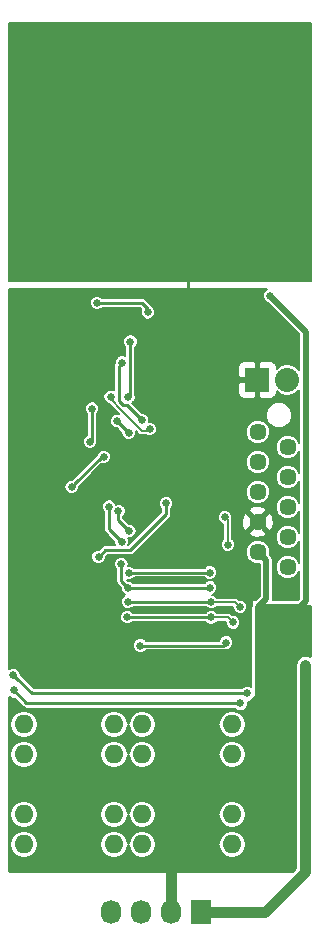
<source format=gbl>
G04 #@! TF.FileFunction,Copper,L2,Bot,Signal*
%FSLAX46Y46*%
G04 Gerber Fmt 4.6, Leading zero omitted, Abs format (unit mm)*
G04 Created by KiCad (PCBNEW (2016-03-18 BZR 6629)-product) date Sa 16 Apr 2016 02:00:58 CEST*
%MOMM*%
G01*
G04 APERTURE LIST*
%ADD10C,0.100000*%
%ADD11O,1.600000X1.600000*%
%ADD12C,1.450000*%
%ADD13R,1.727200X2.032000*%
%ADD14O,1.727200X2.032000*%
%ADD15R,2.032000X2.032000*%
%ADD16O,2.032000X2.032000*%
%ADD17C,0.630000*%
%ADD18C,0.600000*%
%ADD19C,0.230000*%
%ADD20C,0.500000*%
%ADD21C,0.950000*%
%ADD22C,0.250000*%
%ADD23C,0.356352*%
%ADD24C,0.160000*%
%ADD25C,0.254000*%
%ADD26C,0.200000*%
G04 APERTURE END LIST*
D10*
D11*
X150350000Y-148900000D03*
X150350000Y-151440000D03*
X150350000Y-153980000D03*
X150350000Y-156520000D03*
X150350000Y-159060000D03*
X157970000Y-159060000D03*
X157970000Y-156520000D03*
X157970000Y-153980000D03*
X157970000Y-151440000D03*
X157970000Y-148900000D03*
D12*
X170180000Y-124160000D03*
X172720000Y-125430000D03*
X170180000Y-126700000D03*
X172720000Y-127970000D03*
X170180000Y-129240000D03*
X172720000Y-130510000D03*
X170180000Y-131780000D03*
X172720000Y-133050000D03*
X170180000Y-134320000D03*
X172720000Y-135590000D03*
D11*
X160350000Y-148900000D03*
X160350000Y-151440000D03*
X160350000Y-153980000D03*
X160350000Y-156520000D03*
X160350000Y-159060000D03*
X167970000Y-159060000D03*
X167970000Y-156520000D03*
X167970000Y-153980000D03*
X167970000Y-151440000D03*
X167970000Y-148900000D03*
D13*
X165400000Y-164850000D03*
D14*
X162860000Y-164850000D03*
X160320000Y-164850000D03*
X157780000Y-164850000D03*
D15*
X170150000Y-119775000D03*
D16*
X172690000Y-119775000D03*
D17*
X153263803Y-130631470D03*
X150879494Y-141089065D03*
X168675000Y-143750000D03*
X174200000Y-143875000D03*
X163300000Y-130275000D03*
X150375000Y-124050000D03*
X159250000Y-130250000D03*
X159150000Y-141150000D03*
X153650000Y-118625000D03*
X149400000Y-121825000D03*
X164300000Y-112250000D03*
X156850000Y-118050000D03*
X172500000Y-99000000D03*
X171000000Y-99000000D03*
X169500000Y-99000000D03*
X168000000Y-99000000D03*
X166500000Y-99000000D03*
X165000000Y-99000000D03*
X163500000Y-99000000D03*
X163500000Y-100750000D03*
X163500000Y-102250000D03*
X163500000Y-103750000D03*
X163500000Y-105250000D03*
X163500000Y-106750000D03*
X163500000Y-108250000D03*
X162100000Y-110050000D03*
X162900000Y-109400000D03*
X156750000Y-100750000D03*
X156750000Y-102250000D03*
X156750000Y-103750000D03*
X156750000Y-105250000D03*
X156750000Y-106750000D03*
X156750000Y-108250000D03*
X157500000Y-109300000D03*
X154700000Y-110900000D03*
X159222200Y-110658700D03*
X161700000Y-111000000D03*
X158250000Y-98500000D03*
X159000000Y-97750000D03*
D18*
X151140000Y-92120000D03*
D17*
X172750000Y-93500000D03*
X171250000Y-93500000D03*
X169500000Y-93500000D03*
X168000000Y-93500000D03*
X166500000Y-93500000D03*
X165000000Y-93500000D03*
X163500000Y-93500000D03*
X162000000Y-93500000D03*
X160500000Y-93500000D03*
X159000000Y-93500000D03*
X157500000Y-93500000D03*
X156000000Y-93500000D03*
X154250000Y-93500000D03*
X152750000Y-93500000D03*
X151250000Y-93500000D03*
X157250000Y-99000000D03*
X155750000Y-99000000D03*
X154250000Y-99000000D03*
X152750000Y-99000000D03*
X151250000Y-99000000D03*
D18*
X151140000Y-100920000D03*
X172700000Y-100800000D03*
X172710000Y-92120000D03*
D17*
X159400000Y-116525000D03*
X159225000Y-121200000D03*
X156150000Y-122200000D03*
X155975000Y-125000000D03*
X173010000Y-145040000D03*
X171225000Y-112650000D03*
X158250000Y-123250000D03*
X159250000Y-124250000D03*
X160872200Y-114033700D03*
X156572200Y-113233700D03*
X160250000Y-142250000D03*
X167500000Y-142000000D03*
X158625000Y-135350000D03*
X158650000Y-133475000D03*
X157600000Y-130500000D03*
X166150000Y-137350000D03*
X159225000Y-137400000D03*
X158375000Y-130900000D03*
X159300000Y-132550000D03*
X166125000Y-136075000D03*
X159275000Y-136100000D03*
X149483837Y-144745890D03*
X169275000Y-146300000D03*
X168675000Y-147100000D03*
X157150000Y-126275000D03*
X154425000Y-128825000D03*
X149525000Y-146050000D03*
X168685744Y-138970938D03*
X166250000Y-138575000D03*
X159175000Y-138550000D03*
X160375000Y-123150000D03*
X158725000Y-118300000D03*
X156700000Y-134745000D03*
X162425000Y-130225000D03*
X168100000Y-140300000D03*
X167650000Y-133700000D03*
X167400000Y-131375000D03*
X161025000Y-123925000D03*
X157725000Y-121200000D03*
X166225000Y-139875000D03*
X159125000Y-139850000D03*
D19*
X153883529Y-130316471D02*
X156925000Y-127275000D01*
X153263803Y-130631470D02*
X153578802Y-130316471D01*
X153578802Y-130316471D02*
X153883529Y-130316471D01*
D20*
X150940429Y-141150000D02*
X150879494Y-141089065D01*
X159150000Y-141150000D02*
X150940429Y-141150000D01*
D21*
X165400000Y-164850000D02*
X170775000Y-164850000D01*
X174200000Y-161425000D02*
X174200000Y-143875000D01*
X170775000Y-164850000D02*
X174200000Y-161425000D01*
D20*
X159150000Y-130350000D02*
X159250000Y-130250000D01*
D22*
X149400000Y-121825000D02*
X149350000Y-121775000D01*
X164300000Y-112250000D02*
X164300000Y-110800000D01*
X164300000Y-110800000D02*
X162900000Y-109400000D01*
X172500000Y-99000000D02*
X171000000Y-99000000D01*
X169500000Y-99000000D02*
X168000000Y-99000000D01*
X166500000Y-99000000D02*
X165000000Y-99000000D01*
X163500000Y-99000000D02*
X163500000Y-100750000D01*
X163500000Y-102250000D02*
X163500000Y-103750000D01*
X163500000Y-105250000D02*
X163500000Y-106750000D01*
D19*
X162250000Y-110050000D02*
X162100000Y-110050000D01*
X162900000Y-109400000D02*
X162250000Y-110050000D01*
X156750000Y-108250000D02*
X156750000Y-108550000D01*
D22*
X157250000Y-100250000D02*
X156750000Y-100750000D01*
X156750000Y-102250000D02*
X156750000Y-103750000D01*
X156750000Y-105250000D02*
X156750000Y-106750000D01*
X157250000Y-99000000D02*
X157250000Y-100250000D01*
D19*
X156750000Y-108550000D02*
X157500000Y-109300000D01*
X154700000Y-110900000D02*
X154700000Y-110800000D01*
D23*
X159222200Y-110658700D02*
X161358700Y-110658700D01*
X159200000Y-110680900D02*
X159222200Y-110658700D01*
X159200000Y-110700000D02*
X159200000Y-110680900D01*
X161358700Y-110658700D02*
X161700000Y-111000000D01*
D22*
X157750000Y-98500000D02*
X157250000Y-99000000D01*
X157750000Y-98500000D02*
X158250000Y-98500000D01*
X151140000Y-92120000D02*
X151140000Y-93140000D01*
X151120000Y-92100000D02*
X151140000Y-92120000D01*
X151100000Y-92100000D02*
X151120000Y-92100000D01*
X171250000Y-93500000D02*
X172750000Y-93500000D01*
X168000000Y-93500000D02*
X169500000Y-93500000D01*
X165000000Y-93500000D02*
X166500000Y-93500000D01*
X162000000Y-93500000D02*
X163500000Y-93500000D01*
X159000000Y-93500000D02*
X160500000Y-93500000D01*
X156000000Y-93500000D02*
X157500000Y-93500000D01*
X152750000Y-93500000D02*
X154250000Y-93500000D01*
X151250000Y-93250000D02*
X151250000Y-93500000D01*
X151140000Y-93140000D02*
X151250000Y-93250000D01*
X154250000Y-99000000D02*
X155750000Y-99000000D01*
X151250000Y-99000000D02*
X152750000Y-99000000D01*
X151100000Y-100900000D02*
X151120000Y-100900000D01*
X151120000Y-100900000D02*
X151140000Y-100920000D01*
X172700000Y-92100000D02*
X172700000Y-92110000D01*
X172700000Y-92110000D02*
X172710000Y-92120000D01*
X159400000Y-121025000D02*
X159400000Y-116525000D01*
X159225000Y-121200000D02*
X159400000Y-121025000D01*
X156150000Y-124825000D02*
X156150000Y-122200000D01*
X155975000Y-125000000D02*
X156150000Y-124825000D01*
X172970000Y-145080000D02*
X170180000Y-145080000D01*
X173010000Y-145040000D02*
X172970000Y-145080000D01*
D20*
X174250000Y-120500000D02*
X174250000Y-115675000D01*
X173750000Y-139000000D02*
X174250000Y-138500000D01*
X174250000Y-138500000D02*
X174250000Y-120500000D01*
X170180000Y-139000000D02*
X173750000Y-139000000D01*
X174250000Y-115675000D02*
X171225000Y-112650000D01*
D21*
X162860000Y-164850000D02*
X162860000Y-154440000D01*
X162860000Y-154440000D02*
X163320000Y-153980000D01*
D20*
X170904999Y-135044999D02*
X170180000Y-134320000D01*
X170904999Y-138275001D02*
X170904999Y-135044999D01*
X170180000Y-139000000D02*
X170904999Y-138275001D01*
X150350000Y-153980000D02*
X157970000Y-153980000D01*
X157970000Y-153980000D02*
X160350000Y-153980000D01*
X160350000Y-153980000D02*
X163320000Y-153980000D01*
X163320000Y-153980000D02*
X167970000Y-153980000D01*
X167970000Y-153980000D02*
X168000000Y-153950000D01*
X168000000Y-153950000D02*
X169650000Y-153950000D01*
X169650000Y-153950000D02*
X170180000Y-153420000D01*
X170180000Y-153420000D02*
X170180000Y-145080000D01*
X170180000Y-145080000D02*
X170180000Y-139000000D01*
D22*
X159250000Y-124250000D02*
X158250000Y-123250000D01*
X160872200Y-113733700D02*
X160872200Y-114033700D01*
X160372200Y-113233700D02*
X160872200Y-113733700D01*
X156572200Y-113233700D02*
X160372200Y-113233700D01*
D19*
X167250000Y-142250000D02*
X160250000Y-142250000D01*
X167500000Y-142000000D02*
X167250000Y-142250000D01*
X158575000Y-136750000D02*
X159225000Y-137400000D01*
X158575000Y-135400000D02*
X158575000Y-136750000D01*
X158625000Y-135350000D02*
X158575000Y-135400000D01*
X157550000Y-132375000D02*
X158650000Y-133475000D01*
X157550000Y-130550000D02*
X157550000Y-132375000D01*
X157600000Y-130500000D02*
X157550000Y-130550000D01*
X159275000Y-137350000D02*
X166150000Y-137350000D01*
X159225000Y-137400000D02*
X159275000Y-137350000D01*
X158375000Y-131625000D02*
X158375000Y-130900000D01*
X159300000Y-132550000D02*
X158375000Y-131625000D01*
X159300000Y-136075000D02*
X166125000Y-136075000D01*
X159275000Y-136100000D02*
X159300000Y-136075000D01*
X151037947Y-146300000D02*
X149798836Y-145060889D01*
X169275000Y-146300000D02*
X151037947Y-146300000D01*
X149798836Y-145060889D02*
X149483837Y-144745890D01*
X154739999Y-128510001D02*
X156975000Y-126275000D01*
X156975000Y-126275000D02*
X157150000Y-126275000D01*
X154425000Y-128825000D02*
X154739999Y-128510001D01*
X150575000Y-147100000D02*
X149525000Y-146050000D01*
X168675000Y-147100000D02*
X150575000Y-147100000D01*
D24*
X166250000Y-138575000D02*
X168289806Y-138575000D01*
X168289806Y-138575000D02*
X168370745Y-138655939D01*
X168370745Y-138655939D02*
X168685744Y-138970938D01*
D19*
X159200000Y-138575000D02*
X166250000Y-138575000D01*
X159175000Y-138550000D02*
X159200000Y-138575000D01*
X160375000Y-123150000D02*
X159125000Y-121900000D01*
X159125000Y-121900000D02*
X158750000Y-121900000D01*
X158750000Y-121900000D02*
X158400000Y-121550000D01*
X158400000Y-121550000D02*
X158400000Y-118625000D01*
X158400000Y-118625000D02*
X158725000Y-118300000D01*
X162425000Y-130225000D02*
X162425000Y-131125000D01*
X159375000Y-134175000D02*
X162425000Y-131125000D01*
X157270000Y-134175000D02*
X159375000Y-134175000D01*
X157270000Y-134175000D02*
X156700000Y-134745000D01*
D24*
X168100000Y-140300000D02*
X167675000Y-139875000D01*
X166225000Y-139875000D02*
X167675000Y-139875000D01*
X167650000Y-131625000D02*
X167650000Y-133700000D01*
X167400000Y-131375000D02*
X167650000Y-131625000D01*
X160900000Y-124050000D02*
X161025000Y-123925000D01*
X160350000Y-124050000D02*
X160900000Y-124050000D01*
X158600000Y-122300000D02*
X160350000Y-124050000D01*
X157800000Y-121500000D02*
X158600000Y-122300000D01*
X157800000Y-121275000D02*
X157800000Y-121500000D01*
X157725000Y-121200000D02*
X157800000Y-121275000D01*
D19*
X159150000Y-139875000D02*
X166225000Y-139875000D01*
X159125000Y-139850000D02*
X159150000Y-139875000D01*
D24*
G36*
X174670000Y-89583138D02*
X174670000Y-111416862D01*
X174666862Y-111420000D01*
X149083138Y-111420000D01*
X149080000Y-111416862D01*
X149080000Y-89583138D01*
X149083138Y-89580000D01*
X174666862Y-89580000D01*
X174670000Y-89583138D01*
X174670000Y-89583138D01*
G37*
X174670000Y-89583138D02*
X174670000Y-111416862D01*
X174666862Y-111420000D01*
X149083138Y-111420000D01*
X149080000Y-111416862D01*
X149080000Y-89583138D01*
X149083138Y-89580000D01*
X174666862Y-89580000D01*
X174670000Y-89583138D01*
D25*
G36*
X174623000Y-143152637D02*
X174526046Y-143087855D01*
X174200000Y-143023000D01*
X173873954Y-143087855D01*
X173597545Y-143272545D01*
X173412855Y-143548954D01*
X173348000Y-143875000D01*
X173348000Y-161072090D01*
X173047090Y-161373000D01*
X149127000Y-161373000D01*
X149127000Y-159060000D01*
X149149941Y-159060000D01*
X149239535Y-159510418D01*
X149494676Y-159892265D01*
X149876523Y-160147406D01*
X150326941Y-160237000D01*
X150373059Y-160237000D01*
X150823477Y-160147406D01*
X151205324Y-159892265D01*
X151460465Y-159510418D01*
X151550059Y-159060000D01*
X156769941Y-159060000D01*
X156859535Y-159510418D01*
X157114676Y-159892265D01*
X157496523Y-160147406D01*
X157946941Y-160237000D01*
X157993059Y-160237000D01*
X158443477Y-160147406D01*
X158825324Y-159892265D01*
X159080465Y-159510418D01*
X159160000Y-159110570D01*
X159239535Y-159510418D01*
X159494676Y-159892265D01*
X159876523Y-160147406D01*
X160326941Y-160237000D01*
X160373059Y-160237000D01*
X160823477Y-160147406D01*
X161205324Y-159892265D01*
X161460465Y-159510418D01*
X161550059Y-159060000D01*
X166769941Y-159060000D01*
X166859535Y-159510418D01*
X167114676Y-159892265D01*
X167496523Y-160147406D01*
X167946941Y-160237000D01*
X167993059Y-160237000D01*
X168443477Y-160147406D01*
X168825324Y-159892265D01*
X169080465Y-159510418D01*
X169170059Y-159060000D01*
X169080465Y-158609582D01*
X168825324Y-158227735D01*
X168443477Y-157972594D01*
X167993059Y-157883000D01*
X167946941Y-157883000D01*
X167496523Y-157972594D01*
X167114676Y-158227735D01*
X166859535Y-158609582D01*
X166769941Y-159060000D01*
X161550059Y-159060000D01*
X161460465Y-158609582D01*
X161205324Y-158227735D01*
X160823477Y-157972594D01*
X160373059Y-157883000D01*
X160326941Y-157883000D01*
X159876523Y-157972594D01*
X159494676Y-158227735D01*
X159239535Y-158609582D01*
X159160000Y-159009430D01*
X159080465Y-158609582D01*
X158825324Y-158227735D01*
X158443477Y-157972594D01*
X157993059Y-157883000D01*
X157946941Y-157883000D01*
X157496523Y-157972594D01*
X157114676Y-158227735D01*
X156859535Y-158609582D01*
X156769941Y-159060000D01*
X151550059Y-159060000D01*
X151460465Y-158609582D01*
X151205324Y-158227735D01*
X150823477Y-157972594D01*
X150373059Y-157883000D01*
X150326941Y-157883000D01*
X149876523Y-157972594D01*
X149494676Y-158227735D01*
X149239535Y-158609582D01*
X149149941Y-159060000D01*
X149127000Y-159060000D01*
X149127000Y-156520000D01*
X149149941Y-156520000D01*
X149239535Y-156970418D01*
X149494676Y-157352265D01*
X149876523Y-157607406D01*
X150326941Y-157697000D01*
X150373059Y-157697000D01*
X150823477Y-157607406D01*
X151205324Y-157352265D01*
X151460465Y-156970418D01*
X151550059Y-156520000D01*
X156769941Y-156520000D01*
X156859535Y-156970418D01*
X157114676Y-157352265D01*
X157496523Y-157607406D01*
X157946941Y-157697000D01*
X157993059Y-157697000D01*
X158443477Y-157607406D01*
X158825324Y-157352265D01*
X159080465Y-156970418D01*
X159160000Y-156570570D01*
X159239535Y-156970418D01*
X159494676Y-157352265D01*
X159876523Y-157607406D01*
X160326941Y-157697000D01*
X160373059Y-157697000D01*
X160823477Y-157607406D01*
X161205324Y-157352265D01*
X161460465Y-156970418D01*
X161550059Y-156520000D01*
X166769941Y-156520000D01*
X166859535Y-156970418D01*
X167114676Y-157352265D01*
X167496523Y-157607406D01*
X167946941Y-157697000D01*
X167993059Y-157697000D01*
X168443477Y-157607406D01*
X168825324Y-157352265D01*
X169080465Y-156970418D01*
X169170059Y-156520000D01*
X169080465Y-156069582D01*
X168825324Y-155687735D01*
X168443477Y-155432594D01*
X167993059Y-155343000D01*
X167946941Y-155343000D01*
X167496523Y-155432594D01*
X167114676Y-155687735D01*
X166859535Y-156069582D01*
X166769941Y-156520000D01*
X161550059Y-156520000D01*
X161460465Y-156069582D01*
X161205324Y-155687735D01*
X160823477Y-155432594D01*
X160373059Y-155343000D01*
X160326941Y-155343000D01*
X159876523Y-155432594D01*
X159494676Y-155687735D01*
X159239535Y-156069582D01*
X159160000Y-156469430D01*
X159080465Y-156069582D01*
X158825324Y-155687735D01*
X158443477Y-155432594D01*
X157993059Y-155343000D01*
X157946941Y-155343000D01*
X157496523Y-155432594D01*
X157114676Y-155687735D01*
X156859535Y-156069582D01*
X156769941Y-156520000D01*
X151550059Y-156520000D01*
X151460465Y-156069582D01*
X151205324Y-155687735D01*
X150823477Y-155432594D01*
X150373059Y-155343000D01*
X150326941Y-155343000D01*
X149876523Y-155432594D01*
X149494676Y-155687735D01*
X149239535Y-156069582D01*
X149149941Y-156520000D01*
X149127000Y-156520000D01*
X149127000Y-151440000D01*
X149149941Y-151440000D01*
X149239535Y-151890418D01*
X149494676Y-152272265D01*
X149876523Y-152527406D01*
X150326941Y-152617000D01*
X150373059Y-152617000D01*
X150823477Y-152527406D01*
X151205324Y-152272265D01*
X151460465Y-151890418D01*
X151550059Y-151440000D01*
X156769941Y-151440000D01*
X156859535Y-151890418D01*
X157114676Y-152272265D01*
X157496523Y-152527406D01*
X157946941Y-152617000D01*
X157993059Y-152617000D01*
X158443477Y-152527406D01*
X158825324Y-152272265D01*
X159080465Y-151890418D01*
X159160000Y-151490570D01*
X159239535Y-151890418D01*
X159494676Y-152272265D01*
X159876523Y-152527406D01*
X160326941Y-152617000D01*
X160373059Y-152617000D01*
X160823477Y-152527406D01*
X161205324Y-152272265D01*
X161460465Y-151890418D01*
X161550059Y-151440000D01*
X166769941Y-151440000D01*
X166859535Y-151890418D01*
X167114676Y-152272265D01*
X167496523Y-152527406D01*
X167946941Y-152617000D01*
X167993059Y-152617000D01*
X168443477Y-152527406D01*
X168825324Y-152272265D01*
X169080465Y-151890418D01*
X169170059Y-151440000D01*
X169080465Y-150989582D01*
X168825324Y-150607735D01*
X168443477Y-150352594D01*
X167993059Y-150263000D01*
X167946941Y-150263000D01*
X167496523Y-150352594D01*
X167114676Y-150607735D01*
X166859535Y-150989582D01*
X166769941Y-151440000D01*
X161550059Y-151440000D01*
X161460465Y-150989582D01*
X161205324Y-150607735D01*
X160823477Y-150352594D01*
X160373059Y-150263000D01*
X160326941Y-150263000D01*
X159876523Y-150352594D01*
X159494676Y-150607735D01*
X159239535Y-150989582D01*
X159160000Y-151389430D01*
X159080465Y-150989582D01*
X158825324Y-150607735D01*
X158443477Y-150352594D01*
X157993059Y-150263000D01*
X157946941Y-150263000D01*
X157496523Y-150352594D01*
X157114676Y-150607735D01*
X156859535Y-150989582D01*
X156769941Y-151440000D01*
X151550059Y-151440000D01*
X151460465Y-150989582D01*
X151205324Y-150607735D01*
X150823477Y-150352594D01*
X150373059Y-150263000D01*
X150326941Y-150263000D01*
X149876523Y-150352594D01*
X149494676Y-150607735D01*
X149239535Y-150989582D01*
X149149941Y-151440000D01*
X149127000Y-151440000D01*
X149127000Y-148900000D01*
X149149941Y-148900000D01*
X149239535Y-149350418D01*
X149494676Y-149732265D01*
X149876523Y-149987406D01*
X150326941Y-150077000D01*
X150373059Y-150077000D01*
X150823477Y-149987406D01*
X151205324Y-149732265D01*
X151460465Y-149350418D01*
X151550059Y-148900000D01*
X156769941Y-148900000D01*
X156859535Y-149350418D01*
X157114676Y-149732265D01*
X157496523Y-149987406D01*
X157946941Y-150077000D01*
X157993059Y-150077000D01*
X158443477Y-149987406D01*
X158825324Y-149732265D01*
X159080465Y-149350418D01*
X159160000Y-148950570D01*
X159239535Y-149350418D01*
X159494676Y-149732265D01*
X159876523Y-149987406D01*
X160326941Y-150077000D01*
X160373059Y-150077000D01*
X160823477Y-149987406D01*
X161205324Y-149732265D01*
X161460465Y-149350418D01*
X161550059Y-148900000D01*
X166769941Y-148900000D01*
X166859535Y-149350418D01*
X167114676Y-149732265D01*
X167496523Y-149987406D01*
X167946941Y-150077000D01*
X167993059Y-150077000D01*
X168443477Y-149987406D01*
X168825324Y-149732265D01*
X169080465Y-149350418D01*
X169170059Y-148900000D01*
X169080465Y-148449582D01*
X168825324Y-148067735D01*
X168443477Y-147812594D01*
X167993059Y-147723000D01*
X167946941Y-147723000D01*
X167496523Y-147812594D01*
X167114676Y-148067735D01*
X166859535Y-148449582D01*
X166769941Y-148900000D01*
X161550059Y-148900000D01*
X161460465Y-148449582D01*
X161205324Y-148067735D01*
X160823477Y-147812594D01*
X160373059Y-147723000D01*
X160326941Y-147723000D01*
X159876523Y-147812594D01*
X159494676Y-148067735D01*
X159239535Y-148449582D01*
X159160000Y-148849430D01*
X159080465Y-148449582D01*
X158825324Y-148067735D01*
X158443477Y-147812594D01*
X157993059Y-147723000D01*
X157946941Y-147723000D01*
X157496523Y-147812594D01*
X157114676Y-148067735D01*
X156859535Y-148449582D01*
X156769941Y-148900000D01*
X151550059Y-148900000D01*
X151460465Y-148449582D01*
X151205324Y-148067735D01*
X150823477Y-147812594D01*
X150373059Y-147723000D01*
X150326941Y-147723000D01*
X149876523Y-147812594D01*
X149494676Y-148067735D01*
X149239535Y-148449582D01*
X149149941Y-148900000D01*
X149127000Y-148900000D01*
X149127000Y-146630796D01*
X149132502Y-146636307D01*
X149386749Y-146741880D01*
X149521204Y-146741997D01*
X150227101Y-147447894D01*
X150227103Y-147447897D01*
X150292321Y-147491474D01*
X150386719Y-147554549D01*
X150575000Y-147592000D01*
X168188360Y-147592000D01*
X168282502Y-147686307D01*
X168536749Y-147791880D01*
X168812043Y-147792120D01*
X169066474Y-147686991D01*
X169261307Y-147492498D01*
X169366880Y-147238251D01*
X169367095Y-146992081D01*
X169412043Y-146992120D01*
X169666474Y-146886991D01*
X169861307Y-146692498D01*
X169902781Y-146592617D01*
X170016579Y-146516579D01*
X170098303Y-146394272D01*
X170127000Y-146250000D01*
X170127000Y-138877000D01*
X174623000Y-138877000D01*
X174623000Y-143152637D01*
X174623000Y-143152637D01*
G37*
X174623000Y-143152637D02*
X174526046Y-143087855D01*
X174200000Y-143023000D01*
X173873954Y-143087855D01*
X173597545Y-143272545D01*
X173412855Y-143548954D01*
X173348000Y-143875000D01*
X173348000Y-161072090D01*
X173047090Y-161373000D01*
X149127000Y-161373000D01*
X149127000Y-159060000D01*
X149149941Y-159060000D01*
X149239535Y-159510418D01*
X149494676Y-159892265D01*
X149876523Y-160147406D01*
X150326941Y-160237000D01*
X150373059Y-160237000D01*
X150823477Y-160147406D01*
X151205324Y-159892265D01*
X151460465Y-159510418D01*
X151550059Y-159060000D01*
X156769941Y-159060000D01*
X156859535Y-159510418D01*
X157114676Y-159892265D01*
X157496523Y-160147406D01*
X157946941Y-160237000D01*
X157993059Y-160237000D01*
X158443477Y-160147406D01*
X158825324Y-159892265D01*
X159080465Y-159510418D01*
X159160000Y-159110570D01*
X159239535Y-159510418D01*
X159494676Y-159892265D01*
X159876523Y-160147406D01*
X160326941Y-160237000D01*
X160373059Y-160237000D01*
X160823477Y-160147406D01*
X161205324Y-159892265D01*
X161460465Y-159510418D01*
X161550059Y-159060000D01*
X166769941Y-159060000D01*
X166859535Y-159510418D01*
X167114676Y-159892265D01*
X167496523Y-160147406D01*
X167946941Y-160237000D01*
X167993059Y-160237000D01*
X168443477Y-160147406D01*
X168825324Y-159892265D01*
X169080465Y-159510418D01*
X169170059Y-159060000D01*
X169080465Y-158609582D01*
X168825324Y-158227735D01*
X168443477Y-157972594D01*
X167993059Y-157883000D01*
X167946941Y-157883000D01*
X167496523Y-157972594D01*
X167114676Y-158227735D01*
X166859535Y-158609582D01*
X166769941Y-159060000D01*
X161550059Y-159060000D01*
X161460465Y-158609582D01*
X161205324Y-158227735D01*
X160823477Y-157972594D01*
X160373059Y-157883000D01*
X160326941Y-157883000D01*
X159876523Y-157972594D01*
X159494676Y-158227735D01*
X159239535Y-158609582D01*
X159160000Y-159009430D01*
X159080465Y-158609582D01*
X158825324Y-158227735D01*
X158443477Y-157972594D01*
X157993059Y-157883000D01*
X157946941Y-157883000D01*
X157496523Y-157972594D01*
X157114676Y-158227735D01*
X156859535Y-158609582D01*
X156769941Y-159060000D01*
X151550059Y-159060000D01*
X151460465Y-158609582D01*
X151205324Y-158227735D01*
X150823477Y-157972594D01*
X150373059Y-157883000D01*
X150326941Y-157883000D01*
X149876523Y-157972594D01*
X149494676Y-158227735D01*
X149239535Y-158609582D01*
X149149941Y-159060000D01*
X149127000Y-159060000D01*
X149127000Y-156520000D01*
X149149941Y-156520000D01*
X149239535Y-156970418D01*
X149494676Y-157352265D01*
X149876523Y-157607406D01*
X150326941Y-157697000D01*
X150373059Y-157697000D01*
X150823477Y-157607406D01*
X151205324Y-157352265D01*
X151460465Y-156970418D01*
X151550059Y-156520000D01*
X156769941Y-156520000D01*
X156859535Y-156970418D01*
X157114676Y-157352265D01*
X157496523Y-157607406D01*
X157946941Y-157697000D01*
X157993059Y-157697000D01*
X158443477Y-157607406D01*
X158825324Y-157352265D01*
X159080465Y-156970418D01*
X159160000Y-156570570D01*
X159239535Y-156970418D01*
X159494676Y-157352265D01*
X159876523Y-157607406D01*
X160326941Y-157697000D01*
X160373059Y-157697000D01*
X160823477Y-157607406D01*
X161205324Y-157352265D01*
X161460465Y-156970418D01*
X161550059Y-156520000D01*
X166769941Y-156520000D01*
X166859535Y-156970418D01*
X167114676Y-157352265D01*
X167496523Y-157607406D01*
X167946941Y-157697000D01*
X167993059Y-157697000D01*
X168443477Y-157607406D01*
X168825324Y-157352265D01*
X169080465Y-156970418D01*
X169170059Y-156520000D01*
X169080465Y-156069582D01*
X168825324Y-155687735D01*
X168443477Y-155432594D01*
X167993059Y-155343000D01*
X167946941Y-155343000D01*
X167496523Y-155432594D01*
X167114676Y-155687735D01*
X166859535Y-156069582D01*
X166769941Y-156520000D01*
X161550059Y-156520000D01*
X161460465Y-156069582D01*
X161205324Y-155687735D01*
X160823477Y-155432594D01*
X160373059Y-155343000D01*
X160326941Y-155343000D01*
X159876523Y-155432594D01*
X159494676Y-155687735D01*
X159239535Y-156069582D01*
X159160000Y-156469430D01*
X159080465Y-156069582D01*
X158825324Y-155687735D01*
X158443477Y-155432594D01*
X157993059Y-155343000D01*
X157946941Y-155343000D01*
X157496523Y-155432594D01*
X157114676Y-155687735D01*
X156859535Y-156069582D01*
X156769941Y-156520000D01*
X151550059Y-156520000D01*
X151460465Y-156069582D01*
X151205324Y-155687735D01*
X150823477Y-155432594D01*
X150373059Y-155343000D01*
X150326941Y-155343000D01*
X149876523Y-155432594D01*
X149494676Y-155687735D01*
X149239535Y-156069582D01*
X149149941Y-156520000D01*
X149127000Y-156520000D01*
X149127000Y-151440000D01*
X149149941Y-151440000D01*
X149239535Y-151890418D01*
X149494676Y-152272265D01*
X149876523Y-152527406D01*
X150326941Y-152617000D01*
X150373059Y-152617000D01*
X150823477Y-152527406D01*
X151205324Y-152272265D01*
X151460465Y-151890418D01*
X151550059Y-151440000D01*
X156769941Y-151440000D01*
X156859535Y-151890418D01*
X157114676Y-152272265D01*
X157496523Y-152527406D01*
X157946941Y-152617000D01*
X157993059Y-152617000D01*
X158443477Y-152527406D01*
X158825324Y-152272265D01*
X159080465Y-151890418D01*
X159160000Y-151490570D01*
X159239535Y-151890418D01*
X159494676Y-152272265D01*
X159876523Y-152527406D01*
X160326941Y-152617000D01*
X160373059Y-152617000D01*
X160823477Y-152527406D01*
X161205324Y-152272265D01*
X161460465Y-151890418D01*
X161550059Y-151440000D01*
X166769941Y-151440000D01*
X166859535Y-151890418D01*
X167114676Y-152272265D01*
X167496523Y-152527406D01*
X167946941Y-152617000D01*
X167993059Y-152617000D01*
X168443477Y-152527406D01*
X168825324Y-152272265D01*
X169080465Y-151890418D01*
X169170059Y-151440000D01*
X169080465Y-150989582D01*
X168825324Y-150607735D01*
X168443477Y-150352594D01*
X167993059Y-150263000D01*
X167946941Y-150263000D01*
X167496523Y-150352594D01*
X167114676Y-150607735D01*
X166859535Y-150989582D01*
X166769941Y-151440000D01*
X161550059Y-151440000D01*
X161460465Y-150989582D01*
X161205324Y-150607735D01*
X160823477Y-150352594D01*
X160373059Y-150263000D01*
X160326941Y-150263000D01*
X159876523Y-150352594D01*
X159494676Y-150607735D01*
X159239535Y-150989582D01*
X159160000Y-151389430D01*
X159080465Y-150989582D01*
X158825324Y-150607735D01*
X158443477Y-150352594D01*
X157993059Y-150263000D01*
X157946941Y-150263000D01*
X157496523Y-150352594D01*
X157114676Y-150607735D01*
X156859535Y-150989582D01*
X156769941Y-151440000D01*
X151550059Y-151440000D01*
X151460465Y-150989582D01*
X151205324Y-150607735D01*
X150823477Y-150352594D01*
X150373059Y-150263000D01*
X150326941Y-150263000D01*
X149876523Y-150352594D01*
X149494676Y-150607735D01*
X149239535Y-150989582D01*
X149149941Y-151440000D01*
X149127000Y-151440000D01*
X149127000Y-148900000D01*
X149149941Y-148900000D01*
X149239535Y-149350418D01*
X149494676Y-149732265D01*
X149876523Y-149987406D01*
X150326941Y-150077000D01*
X150373059Y-150077000D01*
X150823477Y-149987406D01*
X151205324Y-149732265D01*
X151460465Y-149350418D01*
X151550059Y-148900000D01*
X156769941Y-148900000D01*
X156859535Y-149350418D01*
X157114676Y-149732265D01*
X157496523Y-149987406D01*
X157946941Y-150077000D01*
X157993059Y-150077000D01*
X158443477Y-149987406D01*
X158825324Y-149732265D01*
X159080465Y-149350418D01*
X159160000Y-148950570D01*
X159239535Y-149350418D01*
X159494676Y-149732265D01*
X159876523Y-149987406D01*
X160326941Y-150077000D01*
X160373059Y-150077000D01*
X160823477Y-149987406D01*
X161205324Y-149732265D01*
X161460465Y-149350418D01*
X161550059Y-148900000D01*
X166769941Y-148900000D01*
X166859535Y-149350418D01*
X167114676Y-149732265D01*
X167496523Y-149987406D01*
X167946941Y-150077000D01*
X167993059Y-150077000D01*
X168443477Y-149987406D01*
X168825324Y-149732265D01*
X169080465Y-149350418D01*
X169170059Y-148900000D01*
X169080465Y-148449582D01*
X168825324Y-148067735D01*
X168443477Y-147812594D01*
X167993059Y-147723000D01*
X167946941Y-147723000D01*
X167496523Y-147812594D01*
X167114676Y-148067735D01*
X166859535Y-148449582D01*
X166769941Y-148900000D01*
X161550059Y-148900000D01*
X161460465Y-148449582D01*
X161205324Y-148067735D01*
X160823477Y-147812594D01*
X160373059Y-147723000D01*
X160326941Y-147723000D01*
X159876523Y-147812594D01*
X159494676Y-148067735D01*
X159239535Y-148449582D01*
X159160000Y-148849430D01*
X159080465Y-148449582D01*
X158825324Y-148067735D01*
X158443477Y-147812594D01*
X157993059Y-147723000D01*
X157946941Y-147723000D01*
X157496523Y-147812594D01*
X157114676Y-148067735D01*
X156859535Y-148449582D01*
X156769941Y-148900000D01*
X151550059Y-148900000D01*
X151460465Y-148449582D01*
X151205324Y-148067735D01*
X150823477Y-147812594D01*
X150373059Y-147723000D01*
X150326941Y-147723000D01*
X149876523Y-147812594D01*
X149494676Y-148067735D01*
X149239535Y-148449582D01*
X149149941Y-148900000D01*
X149127000Y-148900000D01*
X149127000Y-146630796D01*
X149132502Y-146636307D01*
X149386749Y-146741880D01*
X149521204Y-146741997D01*
X150227101Y-147447894D01*
X150227103Y-147447897D01*
X150292321Y-147491474D01*
X150386719Y-147554549D01*
X150575000Y-147592000D01*
X168188360Y-147592000D01*
X168282502Y-147686307D01*
X168536749Y-147791880D01*
X168812043Y-147792120D01*
X169066474Y-147686991D01*
X169261307Y-147492498D01*
X169366880Y-147238251D01*
X169367095Y-146992081D01*
X169412043Y-146992120D01*
X169666474Y-146886991D01*
X169861307Y-146692498D01*
X169902781Y-146592617D01*
X170016579Y-146516579D01*
X170098303Y-146394272D01*
X170127000Y-146250000D01*
X170127000Y-138877000D01*
X174623000Y-138877000D01*
X174623000Y-143152637D01*
D26*
G36*
X170877085Y-112128324D02*
X170703932Y-112301175D01*
X170610107Y-112527132D01*
X170609893Y-112771794D01*
X170703324Y-112997915D01*
X170876175Y-113171068D01*
X171033631Y-113236449D01*
X173700000Y-115902818D01*
X173700000Y-118937566D01*
X173620553Y-118818665D01*
X173193611Y-118533393D01*
X172690000Y-118433218D01*
X172186389Y-118533393D01*
X171774000Y-118808941D01*
X171774000Y-118638061D01*
X171681437Y-118414595D01*
X171510404Y-118243562D01*
X171286938Y-118151000D01*
X170456000Y-118151000D01*
X170304000Y-118303000D01*
X170304000Y-119621000D01*
X170324000Y-119621000D01*
X170324000Y-119929000D01*
X170304000Y-119929000D01*
X170304000Y-121247000D01*
X170456000Y-121399000D01*
X171286938Y-121399000D01*
X171510404Y-121306438D01*
X171681437Y-121135405D01*
X171774000Y-120911939D01*
X171774000Y-120741059D01*
X172186389Y-121016607D01*
X172690000Y-121116782D01*
X173193611Y-121016607D01*
X173620553Y-120731335D01*
X173700000Y-120612434D01*
X173700000Y-125117671D01*
X173589459Y-124850143D01*
X173301374Y-124561554D01*
X172924780Y-124405178D01*
X172517009Y-124404822D01*
X172140143Y-124560541D01*
X171851554Y-124848626D01*
X171695178Y-125225220D01*
X171694822Y-125632991D01*
X171850541Y-126009857D01*
X172138626Y-126298446D01*
X172515220Y-126454822D01*
X172922991Y-126455178D01*
X173299857Y-126299459D01*
X173588446Y-126011374D01*
X173700000Y-125742723D01*
X173700000Y-127657671D01*
X173589459Y-127390143D01*
X173301374Y-127101554D01*
X172924780Y-126945178D01*
X172517009Y-126944822D01*
X172140143Y-127100541D01*
X171851554Y-127388626D01*
X171695178Y-127765220D01*
X171694822Y-128172991D01*
X171850541Y-128549857D01*
X172138626Y-128838446D01*
X172515220Y-128994822D01*
X172922991Y-128995178D01*
X173299857Y-128839459D01*
X173588446Y-128551374D01*
X173700000Y-128282723D01*
X173700000Y-130197671D01*
X173589459Y-129930143D01*
X173301374Y-129641554D01*
X172924780Y-129485178D01*
X172517009Y-129484822D01*
X172140143Y-129640541D01*
X171851554Y-129928626D01*
X171695178Y-130305220D01*
X171694822Y-130712991D01*
X171850541Y-131089857D01*
X172138626Y-131378446D01*
X172515220Y-131534822D01*
X172922991Y-131535178D01*
X173299857Y-131379459D01*
X173588446Y-131091374D01*
X173700000Y-130822723D01*
X173700000Y-132737671D01*
X173589459Y-132470143D01*
X173301374Y-132181554D01*
X172924780Y-132025178D01*
X172517009Y-132024822D01*
X172140143Y-132180541D01*
X171851554Y-132468626D01*
X171695178Y-132845220D01*
X171694822Y-133252991D01*
X171850541Y-133629857D01*
X172138626Y-133918446D01*
X172515220Y-134074822D01*
X172922991Y-134075178D01*
X173299857Y-133919459D01*
X173588446Y-133631374D01*
X173700000Y-133362723D01*
X173700000Y-135277671D01*
X173589459Y-135010143D01*
X173301374Y-134721554D01*
X172924780Y-134565178D01*
X172517009Y-134564822D01*
X172140143Y-134720541D01*
X171851554Y-135008626D01*
X171695178Y-135385220D01*
X171694822Y-135792991D01*
X171850541Y-136169857D01*
X172138626Y-136458446D01*
X172515220Y-136614822D01*
X172922991Y-136615178D01*
X173299857Y-136459459D01*
X173588446Y-136171374D01*
X173700000Y-135902723D01*
X173700000Y-138272182D01*
X173572182Y-138400000D01*
X171430135Y-138400000D01*
X171454999Y-138275001D01*
X171454999Y-135044999D01*
X171413133Y-134834523D01*
X171293908Y-134656090D01*
X171293905Y-134656088D01*
X171192433Y-134554616D01*
X171204822Y-134524780D01*
X171205178Y-134117009D01*
X171049459Y-133740143D01*
X170761374Y-133451554D01*
X170384780Y-133295178D01*
X169977009Y-133294822D01*
X169600143Y-133450541D01*
X169311554Y-133738626D01*
X169155178Y-134115220D01*
X169154822Y-134522991D01*
X169310541Y-134899857D01*
X169598626Y-135188446D01*
X169975220Y-135344822D01*
X170354999Y-135345154D01*
X170354999Y-138047184D01*
X170002182Y-138400000D01*
X169750000Y-138400000D01*
X169711732Y-138407612D01*
X169679289Y-138429289D01*
X169657612Y-138461732D01*
X169650000Y-138500000D01*
X169650000Y-138899453D01*
X169630000Y-139000000D01*
X169630000Y-145785118D01*
X169623825Y-145778932D01*
X169397868Y-145685107D01*
X169153206Y-145684893D01*
X168927085Y-145778324D01*
X168820223Y-145885000D01*
X151209846Y-145885000D01*
X150098813Y-144773968D01*
X150098944Y-144624096D01*
X150005513Y-144397975D01*
X149832662Y-144224822D01*
X149606705Y-144130997D01*
X149362043Y-144130783D01*
X149135922Y-144224214D01*
X149100000Y-144260073D01*
X149100000Y-142371794D01*
X159634893Y-142371794D01*
X159728324Y-142597915D01*
X159901175Y-142771068D01*
X160127132Y-142864893D01*
X160371794Y-142865107D01*
X160597915Y-142771676D01*
X160704777Y-142665000D01*
X167250000Y-142665000D01*
X167408814Y-142633410D01*
X167436449Y-142614945D01*
X167621794Y-142615107D01*
X167847915Y-142521676D01*
X168021068Y-142348825D01*
X168114893Y-142122868D01*
X168115107Y-141878206D01*
X168021676Y-141652085D01*
X167848825Y-141478932D01*
X167622868Y-141385107D01*
X167378206Y-141384893D01*
X167152085Y-141478324D01*
X166978932Y-141651175D01*
X166902602Y-141835000D01*
X160704708Y-141835000D01*
X160598825Y-141728932D01*
X160372868Y-141635107D01*
X160128206Y-141634893D01*
X159902085Y-141728324D01*
X159728932Y-141901175D01*
X159635107Y-142127132D01*
X159634893Y-142371794D01*
X149100000Y-142371794D01*
X149100000Y-139971794D01*
X158509893Y-139971794D01*
X158603324Y-140197915D01*
X158776175Y-140371068D01*
X159002132Y-140464893D01*
X159246794Y-140465107D01*
X159472915Y-140371676D01*
X159554734Y-140290000D01*
X165770292Y-140290000D01*
X165876175Y-140396068D01*
X166102132Y-140489893D01*
X166346794Y-140490107D01*
X166572915Y-140396676D01*
X166714839Y-140255000D01*
X167485039Y-140255000D01*
X167484893Y-140421794D01*
X167578324Y-140647915D01*
X167751175Y-140821068D01*
X167977132Y-140914893D01*
X168221794Y-140915107D01*
X168447915Y-140821676D01*
X168621068Y-140648825D01*
X168714893Y-140422868D01*
X168715107Y-140178206D01*
X168621676Y-139952085D01*
X168448825Y-139778932D01*
X168222868Y-139685107D01*
X168022333Y-139684932D01*
X167943701Y-139606299D01*
X167913068Y-139585831D01*
X167820420Y-139523926D01*
X167796292Y-139519127D01*
X167675000Y-139494999D01*
X167674995Y-139495000D01*
X166714647Y-139495000D01*
X166573825Y-139353932D01*
X166347868Y-139260107D01*
X166103206Y-139259893D01*
X165877085Y-139353324D01*
X165770223Y-139460000D01*
X159604664Y-139460000D01*
X159473825Y-139328932D01*
X159247868Y-139235107D01*
X159003206Y-139234893D01*
X158777085Y-139328324D01*
X158603932Y-139501175D01*
X158510107Y-139727132D01*
X158509893Y-139971794D01*
X149100000Y-139971794D01*
X149100000Y-135471794D01*
X158009893Y-135471794D01*
X158103324Y-135697915D01*
X158160000Y-135754690D01*
X158160000Y-136750000D01*
X158191590Y-136908814D01*
X158230195Y-136966590D01*
X158281551Y-137043449D01*
X158610024Y-137371922D01*
X158609893Y-137521794D01*
X158703324Y-137747915D01*
X158876175Y-137921068D01*
X158981160Y-137964662D01*
X158827085Y-138028324D01*
X158653932Y-138201175D01*
X158560107Y-138427132D01*
X158559893Y-138671794D01*
X158653324Y-138897915D01*
X158826175Y-139071068D01*
X159052132Y-139164893D01*
X159296794Y-139165107D01*
X159522915Y-139071676D01*
X159604734Y-138990000D01*
X165795292Y-138990000D01*
X165901175Y-139096068D01*
X166127132Y-139189893D01*
X166371794Y-139190107D01*
X166597915Y-139096676D01*
X166739839Y-138955000D01*
X168070757Y-138955000D01*
X168070637Y-139092732D01*
X168164068Y-139318853D01*
X168336919Y-139492006D01*
X168562876Y-139585831D01*
X168807538Y-139586045D01*
X169033659Y-139492614D01*
X169206812Y-139319763D01*
X169300637Y-139093806D01*
X169300851Y-138849144D01*
X169207420Y-138623023D01*
X169034569Y-138449870D01*
X168808612Y-138356045D01*
X168608078Y-138355870D01*
X168558507Y-138306299D01*
X168533401Y-138289524D01*
X168435226Y-138223926D01*
X168411098Y-138219127D01*
X168289806Y-138194999D01*
X168289801Y-138195000D01*
X166739647Y-138195000D01*
X166598825Y-138053932D01*
X166372868Y-137960107D01*
X166284083Y-137960029D01*
X166497915Y-137871676D01*
X166671068Y-137698825D01*
X166764893Y-137472868D01*
X166765107Y-137228206D01*
X166671676Y-137002085D01*
X166498825Y-136828932D01*
X166272868Y-136735107D01*
X166028206Y-136734893D01*
X165802085Y-136828324D01*
X165695223Y-136935000D01*
X159629795Y-136935000D01*
X159573825Y-136878932D01*
X159347868Y-136785107D01*
X159196873Y-136784975D01*
X159108797Y-136696899D01*
X159152132Y-136714893D01*
X159396794Y-136715107D01*
X159622915Y-136621676D01*
X159754821Y-136490000D01*
X165670292Y-136490000D01*
X165776175Y-136596068D01*
X166002132Y-136689893D01*
X166246794Y-136690107D01*
X166472915Y-136596676D01*
X166646068Y-136423825D01*
X166739893Y-136197868D01*
X166740107Y-135953206D01*
X166646676Y-135727085D01*
X166473825Y-135553932D01*
X166247868Y-135460107D01*
X166003206Y-135459893D01*
X165777085Y-135553324D01*
X165670223Y-135660000D01*
X159704752Y-135660000D01*
X159623825Y-135578932D01*
X159397868Y-135485107D01*
X159234870Y-135484964D01*
X159239893Y-135472868D01*
X159240107Y-135228206D01*
X159146676Y-135002085D01*
X158973825Y-134828932D01*
X158747868Y-134735107D01*
X158503206Y-134734893D01*
X158277085Y-134828324D01*
X158103932Y-135001175D01*
X158010107Y-135227132D01*
X158009893Y-135471794D01*
X149100000Y-135471794D01*
X149100000Y-134866794D01*
X156084893Y-134866794D01*
X156178324Y-135092915D01*
X156351175Y-135266068D01*
X156577132Y-135359893D01*
X156821794Y-135360107D01*
X157047915Y-135266676D01*
X157221068Y-135093825D01*
X157314893Y-134867868D01*
X157315025Y-134716873D01*
X157441899Y-134590000D01*
X159375000Y-134590000D01*
X159533814Y-134558410D01*
X159668449Y-134468449D01*
X162640104Y-131496794D01*
X166784893Y-131496794D01*
X166878324Y-131722915D01*
X167051175Y-131896068D01*
X167270000Y-131986932D01*
X167270000Y-133210353D01*
X167128932Y-133351175D01*
X167035107Y-133577132D01*
X167034893Y-133821794D01*
X167128324Y-134047915D01*
X167301175Y-134221068D01*
X167527132Y-134314893D01*
X167771794Y-134315107D01*
X167997915Y-134221676D01*
X168171068Y-134048825D01*
X168264893Y-133822868D01*
X168265107Y-133578206D01*
X168171676Y-133352085D01*
X168030000Y-133210161D01*
X168030000Y-132735479D01*
X169442310Y-132735479D01*
X169510866Y-132962985D01*
X170014509Y-133129002D01*
X170543348Y-133089646D01*
X170849134Y-132962985D01*
X170917690Y-132735479D01*
X170180000Y-131997789D01*
X169442310Y-132735479D01*
X168030000Y-132735479D01*
X168030000Y-131625000D01*
X168027914Y-131614509D01*
X168830998Y-131614509D01*
X168870354Y-132143348D01*
X168997015Y-132449134D01*
X169224521Y-132517690D01*
X169962211Y-131780000D01*
X170397789Y-131780000D01*
X171135479Y-132517690D01*
X171362985Y-132449134D01*
X171529002Y-131945491D01*
X171489646Y-131416652D01*
X171362985Y-131110866D01*
X171135479Y-131042310D01*
X170397789Y-131780000D01*
X169962211Y-131780000D01*
X169224521Y-131042310D01*
X168997015Y-131110866D01*
X168830998Y-131614509D01*
X168027914Y-131614509D01*
X168008009Y-131514446D01*
X168014893Y-131497868D01*
X168015107Y-131253206D01*
X167921676Y-131027085D01*
X167748825Y-130853932D01*
X167677996Y-130824521D01*
X169442310Y-130824521D01*
X170180000Y-131562211D01*
X170917690Y-130824521D01*
X170849134Y-130597015D01*
X170345491Y-130430998D01*
X169816652Y-130470354D01*
X169510866Y-130597015D01*
X169442310Y-130824521D01*
X167677996Y-130824521D01*
X167522868Y-130760107D01*
X167278206Y-130759893D01*
X167052085Y-130853324D01*
X166878932Y-131026175D01*
X166785107Y-131252132D01*
X166784893Y-131496794D01*
X162640104Y-131496794D01*
X162718449Y-131418450D01*
X162808410Y-131283814D01*
X162815551Y-131247915D01*
X162840000Y-131125000D01*
X162840000Y-130679708D01*
X162946068Y-130573825D01*
X163039893Y-130347868D01*
X163040107Y-130103206D01*
X162946676Y-129877085D01*
X162773825Y-129703932D01*
X162547868Y-129610107D01*
X162303206Y-129609893D01*
X162077085Y-129703324D01*
X161903932Y-129876175D01*
X161810107Y-130102132D01*
X161809893Y-130346794D01*
X161903324Y-130572915D01*
X162010000Y-130679777D01*
X162010000Y-130953101D01*
X159203102Y-133760000D01*
X159197570Y-133760000D01*
X159264893Y-133597868D01*
X159265107Y-133353206D01*
X159187302Y-133164902D01*
X159421794Y-133165107D01*
X159647915Y-133071676D01*
X159821068Y-132898825D01*
X159914893Y-132672868D01*
X159915107Y-132428206D01*
X159821676Y-132202085D01*
X159648825Y-132028932D01*
X159422868Y-131935107D01*
X159271874Y-131934975D01*
X158790000Y-131453102D01*
X158790000Y-131354708D01*
X158896068Y-131248825D01*
X158989893Y-131022868D01*
X158990107Y-130778206D01*
X158896676Y-130552085D01*
X158723825Y-130378932D01*
X158497868Y-130285107D01*
X158253206Y-130284893D01*
X158187730Y-130311947D01*
X158121676Y-130152085D01*
X157948825Y-129978932D01*
X157722868Y-129885107D01*
X157478206Y-129884893D01*
X157252085Y-129978324D01*
X157078932Y-130151175D01*
X156985107Y-130377132D01*
X156984893Y-130621794D01*
X157078324Y-130847915D01*
X157135000Y-130904690D01*
X157135000Y-132375000D01*
X157166590Y-132533814D01*
X157256551Y-132668449D01*
X158035024Y-133446922D01*
X158034893Y-133596794D01*
X158102328Y-133760000D01*
X157270000Y-133760000D01*
X157111186Y-133791590D01*
X157065983Y-133821794D01*
X156976551Y-133881550D01*
X156728077Y-134130024D01*
X156578206Y-134129893D01*
X156352085Y-134223324D01*
X156178932Y-134396175D01*
X156085107Y-134622132D01*
X156084893Y-134866794D01*
X149100000Y-134866794D01*
X149100000Y-129442991D01*
X169154822Y-129442991D01*
X169310541Y-129819857D01*
X169598626Y-130108446D01*
X169975220Y-130264822D01*
X170382991Y-130265178D01*
X170759857Y-130109459D01*
X171048446Y-129821374D01*
X171204822Y-129444780D01*
X171205178Y-129037009D01*
X171049459Y-128660143D01*
X170761374Y-128371554D01*
X170384780Y-128215178D01*
X169977009Y-128214822D01*
X169600143Y-128370541D01*
X169311554Y-128658626D01*
X169155178Y-129035220D01*
X169154822Y-129442991D01*
X149100000Y-129442991D01*
X149100000Y-128946794D01*
X153809893Y-128946794D01*
X153903324Y-129172915D01*
X154076175Y-129346068D01*
X154302132Y-129439893D01*
X154546794Y-129440107D01*
X154772915Y-129346676D01*
X154946068Y-129173825D01*
X155039893Y-128947868D01*
X155040025Y-128796873D01*
X156933907Y-126902991D01*
X169154822Y-126902991D01*
X169310541Y-127279857D01*
X169598626Y-127568446D01*
X169975220Y-127724822D01*
X170382991Y-127725178D01*
X170759857Y-127569459D01*
X171048446Y-127281374D01*
X171204822Y-126904780D01*
X171205178Y-126497009D01*
X171049459Y-126120143D01*
X170761374Y-125831554D01*
X170384780Y-125675178D01*
X169977009Y-125674822D01*
X169600143Y-125830541D01*
X169311554Y-126118626D01*
X169155178Y-126495220D01*
X169154822Y-126902991D01*
X156933907Y-126902991D01*
X156970515Y-126866384D01*
X157027132Y-126889893D01*
X157271794Y-126890107D01*
X157497915Y-126796676D01*
X157671068Y-126623825D01*
X157764893Y-126397868D01*
X157765107Y-126153206D01*
X157671676Y-125927085D01*
X157498825Y-125753932D01*
X157272868Y-125660107D01*
X157028206Y-125659893D01*
X156802085Y-125753324D01*
X156628932Y-125926175D01*
X156552247Y-126110854D01*
X154453078Y-128210024D01*
X154303206Y-128209893D01*
X154077085Y-128303324D01*
X153903932Y-128476175D01*
X153810107Y-128702132D01*
X153809893Y-128946794D01*
X149100000Y-128946794D01*
X149100000Y-125121794D01*
X155359893Y-125121794D01*
X155453324Y-125347915D01*
X155626175Y-125521068D01*
X155852132Y-125614893D01*
X156096794Y-125615107D01*
X156322915Y-125521676D01*
X156496068Y-125348825D01*
X156589893Y-125122868D01*
X156590107Y-124878206D01*
X156572765Y-124836235D01*
X156575000Y-124825000D01*
X156575000Y-122644725D01*
X156671068Y-122548825D01*
X156764893Y-122322868D01*
X156765107Y-122078206D01*
X156671676Y-121852085D01*
X156498825Y-121678932D01*
X156272868Y-121585107D01*
X156028206Y-121584893D01*
X155802085Y-121678324D01*
X155628932Y-121851175D01*
X155535107Y-122077132D01*
X155534893Y-122321794D01*
X155628324Y-122547915D01*
X155725000Y-122644760D01*
X155725000Y-124437866D01*
X155627085Y-124478324D01*
X155453932Y-124651175D01*
X155360107Y-124877132D01*
X155359893Y-125121794D01*
X149100000Y-125121794D01*
X149100000Y-121321794D01*
X157109893Y-121321794D01*
X157203324Y-121547915D01*
X157376175Y-121721068D01*
X157559994Y-121797396D01*
X158331297Y-122568698D01*
X158331299Y-122568701D01*
X158415341Y-122652743D01*
X158372868Y-122635107D01*
X158128206Y-122634893D01*
X157902085Y-122728324D01*
X157728932Y-122901175D01*
X157635107Y-123127132D01*
X157634893Y-123371794D01*
X157728324Y-123597915D01*
X157901175Y-123771068D01*
X158127132Y-123864893D01*
X158263972Y-123865013D01*
X158635012Y-124236052D01*
X158634893Y-124371794D01*
X158728324Y-124597915D01*
X158901175Y-124771068D01*
X159127132Y-124864893D01*
X159371794Y-124865107D01*
X159597915Y-124771676D01*
X159771068Y-124598825D01*
X159864893Y-124372868D01*
X159865107Y-124128206D01*
X159847012Y-124084413D01*
X160081297Y-124318698D01*
X160081299Y-124318701D01*
X160204580Y-124401074D01*
X160225212Y-124405178D01*
X160350000Y-124430001D01*
X160350005Y-124430000D01*
X160660135Y-124430000D01*
X160676175Y-124446068D01*
X160902132Y-124539893D01*
X161146794Y-124540107D01*
X161372915Y-124446676D01*
X161456746Y-124362991D01*
X169154822Y-124362991D01*
X169310541Y-124739857D01*
X169598626Y-125028446D01*
X169975220Y-125184822D01*
X170382991Y-125185178D01*
X170759857Y-125029459D01*
X171048446Y-124741374D01*
X171204822Y-124364780D01*
X171205178Y-123957009D01*
X171049459Y-123580143D01*
X170761374Y-123291554D01*
X170384780Y-123135178D01*
X169977009Y-123134822D01*
X169600143Y-123290541D01*
X169311554Y-123578626D01*
X169155178Y-123955220D01*
X169154822Y-124362991D01*
X161456746Y-124362991D01*
X161546068Y-124273825D01*
X161639893Y-124047868D01*
X161640107Y-123803206D01*
X161546676Y-123577085D01*
X161373825Y-123403932D01*
X161147868Y-123310107D01*
X160974493Y-123309955D01*
X160989893Y-123272868D01*
X160990107Y-123028206D01*
X160969298Y-122977844D01*
X170879810Y-122977844D01*
X171046922Y-123382286D01*
X171356087Y-123691991D01*
X171760237Y-123859808D01*
X172197844Y-123860190D01*
X172602286Y-123693078D01*
X172911991Y-123383913D01*
X173079808Y-122979763D01*
X173080190Y-122542156D01*
X172913078Y-122137714D01*
X172603913Y-121828009D01*
X172199763Y-121660192D01*
X171762156Y-121659810D01*
X171357714Y-121826922D01*
X171048009Y-122136087D01*
X170880192Y-122540237D01*
X170879810Y-122977844D01*
X160969298Y-122977844D01*
X160896676Y-122802085D01*
X160723825Y-122628932D01*
X160497868Y-122535107D01*
X160346873Y-122534975D01*
X159545077Y-121733179D01*
X159572915Y-121721676D01*
X159746068Y-121548825D01*
X159839893Y-121322868D01*
X159840107Y-121078206D01*
X159822765Y-121036235D01*
X159825000Y-121025000D01*
X159825000Y-120081000D01*
X168526000Y-120081000D01*
X168526000Y-120911939D01*
X168618563Y-121135405D01*
X168789596Y-121306438D01*
X169013062Y-121399000D01*
X169844000Y-121399000D01*
X169996000Y-121247000D01*
X169996000Y-119929000D01*
X168678000Y-119929000D01*
X168526000Y-120081000D01*
X159825000Y-120081000D01*
X159825000Y-118638061D01*
X168526000Y-118638061D01*
X168526000Y-119469000D01*
X168678000Y-119621000D01*
X169996000Y-119621000D01*
X169996000Y-118303000D01*
X169844000Y-118151000D01*
X169013062Y-118151000D01*
X168789596Y-118243562D01*
X168618563Y-118414595D01*
X168526000Y-118638061D01*
X159825000Y-118638061D01*
X159825000Y-116969725D01*
X159921068Y-116873825D01*
X160014893Y-116647868D01*
X160015107Y-116403206D01*
X159921676Y-116177085D01*
X159748825Y-116003932D01*
X159522868Y-115910107D01*
X159278206Y-115909893D01*
X159052085Y-116003324D01*
X158878932Y-116176175D01*
X158785107Y-116402132D01*
X158784893Y-116646794D01*
X158878324Y-116872915D01*
X158975000Y-116969760D01*
X158975000Y-117737897D01*
X158847868Y-117685107D01*
X158603206Y-117684893D01*
X158377085Y-117778324D01*
X158203932Y-117951175D01*
X158110107Y-118177132D01*
X158109975Y-118328127D01*
X158106551Y-118331551D01*
X158016590Y-118466186D01*
X157985000Y-118625000D01*
X157985000Y-120642049D01*
X157847868Y-120585107D01*
X157603206Y-120584893D01*
X157377085Y-120678324D01*
X157203932Y-120851175D01*
X157110107Y-121077132D01*
X157109893Y-121321794D01*
X149100000Y-121321794D01*
X149100000Y-113355494D01*
X155957093Y-113355494D01*
X156050524Y-113581615D01*
X156223375Y-113754768D01*
X156449332Y-113848593D01*
X156693994Y-113848807D01*
X156920115Y-113755376D01*
X157016960Y-113658700D01*
X160196160Y-113658700D01*
X160313342Y-113775883D01*
X160257307Y-113910832D01*
X160257093Y-114155494D01*
X160350524Y-114381615D01*
X160523375Y-114554768D01*
X160749332Y-114648593D01*
X160993994Y-114648807D01*
X161220115Y-114555376D01*
X161393268Y-114382525D01*
X161487093Y-114156568D01*
X161487307Y-113911906D01*
X161393876Y-113685785D01*
X161235494Y-113527126D01*
X161172721Y-113433180D01*
X160672720Y-112933180D01*
X160534841Y-112841051D01*
X160507857Y-112835684D01*
X160372200Y-112808700D01*
X157016925Y-112808700D01*
X156921025Y-112712632D01*
X156695068Y-112618807D01*
X156450406Y-112618593D01*
X156224285Y-112712024D01*
X156051132Y-112884875D01*
X155957307Y-113110832D01*
X155957093Y-113355494D01*
X149100000Y-113355494D01*
X149100000Y-112100000D01*
X170945635Y-112100000D01*
X170877085Y-112128324D01*
X170877085Y-112128324D01*
G37*
X170877085Y-112128324D02*
X170703932Y-112301175D01*
X170610107Y-112527132D01*
X170609893Y-112771794D01*
X170703324Y-112997915D01*
X170876175Y-113171068D01*
X171033631Y-113236449D01*
X173700000Y-115902818D01*
X173700000Y-118937566D01*
X173620553Y-118818665D01*
X173193611Y-118533393D01*
X172690000Y-118433218D01*
X172186389Y-118533393D01*
X171774000Y-118808941D01*
X171774000Y-118638061D01*
X171681437Y-118414595D01*
X171510404Y-118243562D01*
X171286938Y-118151000D01*
X170456000Y-118151000D01*
X170304000Y-118303000D01*
X170304000Y-119621000D01*
X170324000Y-119621000D01*
X170324000Y-119929000D01*
X170304000Y-119929000D01*
X170304000Y-121247000D01*
X170456000Y-121399000D01*
X171286938Y-121399000D01*
X171510404Y-121306438D01*
X171681437Y-121135405D01*
X171774000Y-120911939D01*
X171774000Y-120741059D01*
X172186389Y-121016607D01*
X172690000Y-121116782D01*
X173193611Y-121016607D01*
X173620553Y-120731335D01*
X173700000Y-120612434D01*
X173700000Y-125117671D01*
X173589459Y-124850143D01*
X173301374Y-124561554D01*
X172924780Y-124405178D01*
X172517009Y-124404822D01*
X172140143Y-124560541D01*
X171851554Y-124848626D01*
X171695178Y-125225220D01*
X171694822Y-125632991D01*
X171850541Y-126009857D01*
X172138626Y-126298446D01*
X172515220Y-126454822D01*
X172922991Y-126455178D01*
X173299857Y-126299459D01*
X173588446Y-126011374D01*
X173700000Y-125742723D01*
X173700000Y-127657671D01*
X173589459Y-127390143D01*
X173301374Y-127101554D01*
X172924780Y-126945178D01*
X172517009Y-126944822D01*
X172140143Y-127100541D01*
X171851554Y-127388626D01*
X171695178Y-127765220D01*
X171694822Y-128172991D01*
X171850541Y-128549857D01*
X172138626Y-128838446D01*
X172515220Y-128994822D01*
X172922991Y-128995178D01*
X173299857Y-128839459D01*
X173588446Y-128551374D01*
X173700000Y-128282723D01*
X173700000Y-130197671D01*
X173589459Y-129930143D01*
X173301374Y-129641554D01*
X172924780Y-129485178D01*
X172517009Y-129484822D01*
X172140143Y-129640541D01*
X171851554Y-129928626D01*
X171695178Y-130305220D01*
X171694822Y-130712991D01*
X171850541Y-131089857D01*
X172138626Y-131378446D01*
X172515220Y-131534822D01*
X172922991Y-131535178D01*
X173299857Y-131379459D01*
X173588446Y-131091374D01*
X173700000Y-130822723D01*
X173700000Y-132737671D01*
X173589459Y-132470143D01*
X173301374Y-132181554D01*
X172924780Y-132025178D01*
X172517009Y-132024822D01*
X172140143Y-132180541D01*
X171851554Y-132468626D01*
X171695178Y-132845220D01*
X171694822Y-133252991D01*
X171850541Y-133629857D01*
X172138626Y-133918446D01*
X172515220Y-134074822D01*
X172922991Y-134075178D01*
X173299857Y-133919459D01*
X173588446Y-133631374D01*
X173700000Y-133362723D01*
X173700000Y-135277671D01*
X173589459Y-135010143D01*
X173301374Y-134721554D01*
X172924780Y-134565178D01*
X172517009Y-134564822D01*
X172140143Y-134720541D01*
X171851554Y-135008626D01*
X171695178Y-135385220D01*
X171694822Y-135792991D01*
X171850541Y-136169857D01*
X172138626Y-136458446D01*
X172515220Y-136614822D01*
X172922991Y-136615178D01*
X173299857Y-136459459D01*
X173588446Y-136171374D01*
X173700000Y-135902723D01*
X173700000Y-138272182D01*
X173572182Y-138400000D01*
X171430135Y-138400000D01*
X171454999Y-138275001D01*
X171454999Y-135044999D01*
X171413133Y-134834523D01*
X171293908Y-134656090D01*
X171293905Y-134656088D01*
X171192433Y-134554616D01*
X171204822Y-134524780D01*
X171205178Y-134117009D01*
X171049459Y-133740143D01*
X170761374Y-133451554D01*
X170384780Y-133295178D01*
X169977009Y-133294822D01*
X169600143Y-133450541D01*
X169311554Y-133738626D01*
X169155178Y-134115220D01*
X169154822Y-134522991D01*
X169310541Y-134899857D01*
X169598626Y-135188446D01*
X169975220Y-135344822D01*
X170354999Y-135345154D01*
X170354999Y-138047184D01*
X170002182Y-138400000D01*
X169750000Y-138400000D01*
X169711732Y-138407612D01*
X169679289Y-138429289D01*
X169657612Y-138461732D01*
X169650000Y-138500000D01*
X169650000Y-138899453D01*
X169630000Y-139000000D01*
X169630000Y-145785118D01*
X169623825Y-145778932D01*
X169397868Y-145685107D01*
X169153206Y-145684893D01*
X168927085Y-145778324D01*
X168820223Y-145885000D01*
X151209846Y-145885000D01*
X150098813Y-144773968D01*
X150098944Y-144624096D01*
X150005513Y-144397975D01*
X149832662Y-144224822D01*
X149606705Y-144130997D01*
X149362043Y-144130783D01*
X149135922Y-144224214D01*
X149100000Y-144260073D01*
X149100000Y-142371794D01*
X159634893Y-142371794D01*
X159728324Y-142597915D01*
X159901175Y-142771068D01*
X160127132Y-142864893D01*
X160371794Y-142865107D01*
X160597915Y-142771676D01*
X160704777Y-142665000D01*
X167250000Y-142665000D01*
X167408814Y-142633410D01*
X167436449Y-142614945D01*
X167621794Y-142615107D01*
X167847915Y-142521676D01*
X168021068Y-142348825D01*
X168114893Y-142122868D01*
X168115107Y-141878206D01*
X168021676Y-141652085D01*
X167848825Y-141478932D01*
X167622868Y-141385107D01*
X167378206Y-141384893D01*
X167152085Y-141478324D01*
X166978932Y-141651175D01*
X166902602Y-141835000D01*
X160704708Y-141835000D01*
X160598825Y-141728932D01*
X160372868Y-141635107D01*
X160128206Y-141634893D01*
X159902085Y-141728324D01*
X159728932Y-141901175D01*
X159635107Y-142127132D01*
X159634893Y-142371794D01*
X149100000Y-142371794D01*
X149100000Y-139971794D01*
X158509893Y-139971794D01*
X158603324Y-140197915D01*
X158776175Y-140371068D01*
X159002132Y-140464893D01*
X159246794Y-140465107D01*
X159472915Y-140371676D01*
X159554734Y-140290000D01*
X165770292Y-140290000D01*
X165876175Y-140396068D01*
X166102132Y-140489893D01*
X166346794Y-140490107D01*
X166572915Y-140396676D01*
X166714839Y-140255000D01*
X167485039Y-140255000D01*
X167484893Y-140421794D01*
X167578324Y-140647915D01*
X167751175Y-140821068D01*
X167977132Y-140914893D01*
X168221794Y-140915107D01*
X168447915Y-140821676D01*
X168621068Y-140648825D01*
X168714893Y-140422868D01*
X168715107Y-140178206D01*
X168621676Y-139952085D01*
X168448825Y-139778932D01*
X168222868Y-139685107D01*
X168022333Y-139684932D01*
X167943701Y-139606299D01*
X167913068Y-139585831D01*
X167820420Y-139523926D01*
X167796292Y-139519127D01*
X167675000Y-139494999D01*
X167674995Y-139495000D01*
X166714647Y-139495000D01*
X166573825Y-139353932D01*
X166347868Y-139260107D01*
X166103206Y-139259893D01*
X165877085Y-139353324D01*
X165770223Y-139460000D01*
X159604664Y-139460000D01*
X159473825Y-139328932D01*
X159247868Y-139235107D01*
X159003206Y-139234893D01*
X158777085Y-139328324D01*
X158603932Y-139501175D01*
X158510107Y-139727132D01*
X158509893Y-139971794D01*
X149100000Y-139971794D01*
X149100000Y-135471794D01*
X158009893Y-135471794D01*
X158103324Y-135697915D01*
X158160000Y-135754690D01*
X158160000Y-136750000D01*
X158191590Y-136908814D01*
X158230195Y-136966590D01*
X158281551Y-137043449D01*
X158610024Y-137371922D01*
X158609893Y-137521794D01*
X158703324Y-137747915D01*
X158876175Y-137921068D01*
X158981160Y-137964662D01*
X158827085Y-138028324D01*
X158653932Y-138201175D01*
X158560107Y-138427132D01*
X158559893Y-138671794D01*
X158653324Y-138897915D01*
X158826175Y-139071068D01*
X159052132Y-139164893D01*
X159296794Y-139165107D01*
X159522915Y-139071676D01*
X159604734Y-138990000D01*
X165795292Y-138990000D01*
X165901175Y-139096068D01*
X166127132Y-139189893D01*
X166371794Y-139190107D01*
X166597915Y-139096676D01*
X166739839Y-138955000D01*
X168070757Y-138955000D01*
X168070637Y-139092732D01*
X168164068Y-139318853D01*
X168336919Y-139492006D01*
X168562876Y-139585831D01*
X168807538Y-139586045D01*
X169033659Y-139492614D01*
X169206812Y-139319763D01*
X169300637Y-139093806D01*
X169300851Y-138849144D01*
X169207420Y-138623023D01*
X169034569Y-138449870D01*
X168808612Y-138356045D01*
X168608078Y-138355870D01*
X168558507Y-138306299D01*
X168533401Y-138289524D01*
X168435226Y-138223926D01*
X168411098Y-138219127D01*
X168289806Y-138194999D01*
X168289801Y-138195000D01*
X166739647Y-138195000D01*
X166598825Y-138053932D01*
X166372868Y-137960107D01*
X166284083Y-137960029D01*
X166497915Y-137871676D01*
X166671068Y-137698825D01*
X166764893Y-137472868D01*
X166765107Y-137228206D01*
X166671676Y-137002085D01*
X166498825Y-136828932D01*
X166272868Y-136735107D01*
X166028206Y-136734893D01*
X165802085Y-136828324D01*
X165695223Y-136935000D01*
X159629795Y-136935000D01*
X159573825Y-136878932D01*
X159347868Y-136785107D01*
X159196873Y-136784975D01*
X159108797Y-136696899D01*
X159152132Y-136714893D01*
X159396794Y-136715107D01*
X159622915Y-136621676D01*
X159754821Y-136490000D01*
X165670292Y-136490000D01*
X165776175Y-136596068D01*
X166002132Y-136689893D01*
X166246794Y-136690107D01*
X166472915Y-136596676D01*
X166646068Y-136423825D01*
X166739893Y-136197868D01*
X166740107Y-135953206D01*
X166646676Y-135727085D01*
X166473825Y-135553932D01*
X166247868Y-135460107D01*
X166003206Y-135459893D01*
X165777085Y-135553324D01*
X165670223Y-135660000D01*
X159704752Y-135660000D01*
X159623825Y-135578932D01*
X159397868Y-135485107D01*
X159234870Y-135484964D01*
X159239893Y-135472868D01*
X159240107Y-135228206D01*
X159146676Y-135002085D01*
X158973825Y-134828932D01*
X158747868Y-134735107D01*
X158503206Y-134734893D01*
X158277085Y-134828324D01*
X158103932Y-135001175D01*
X158010107Y-135227132D01*
X158009893Y-135471794D01*
X149100000Y-135471794D01*
X149100000Y-134866794D01*
X156084893Y-134866794D01*
X156178324Y-135092915D01*
X156351175Y-135266068D01*
X156577132Y-135359893D01*
X156821794Y-135360107D01*
X157047915Y-135266676D01*
X157221068Y-135093825D01*
X157314893Y-134867868D01*
X157315025Y-134716873D01*
X157441899Y-134590000D01*
X159375000Y-134590000D01*
X159533814Y-134558410D01*
X159668449Y-134468449D01*
X162640104Y-131496794D01*
X166784893Y-131496794D01*
X166878324Y-131722915D01*
X167051175Y-131896068D01*
X167270000Y-131986932D01*
X167270000Y-133210353D01*
X167128932Y-133351175D01*
X167035107Y-133577132D01*
X167034893Y-133821794D01*
X167128324Y-134047915D01*
X167301175Y-134221068D01*
X167527132Y-134314893D01*
X167771794Y-134315107D01*
X167997915Y-134221676D01*
X168171068Y-134048825D01*
X168264893Y-133822868D01*
X168265107Y-133578206D01*
X168171676Y-133352085D01*
X168030000Y-133210161D01*
X168030000Y-132735479D01*
X169442310Y-132735479D01*
X169510866Y-132962985D01*
X170014509Y-133129002D01*
X170543348Y-133089646D01*
X170849134Y-132962985D01*
X170917690Y-132735479D01*
X170180000Y-131997789D01*
X169442310Y-132735479D01*
X168030000Y-132735479D01*
X168030000Y-131625000D01*
X168027914Y-131614509D01*
X168830998Y-131614509D01*
X168870354Y-132143348D01*
X168997015Y-132449134D01*
X169224521Y-132517690D01*
X169962211Y-131780000D01*
X170397789Y-131780000D01*
X171135479Y-132517690D01*
X171362985Y-132449134D01*
X171529002Y-131945491D01*
X171489646Y-131416652D01*
X171362985Y-131110866D01*
X171135479Y-131042310D01*
X170397789Y-131780000D01*
X169962211Y-131780000D01*
X169224521Y-131042310D01*
X168997015Y-131110866D01*
X168830998Y-131614509D01*
X168027914Y-131614509D01*
X168008009Y-131514446D01*
X168014893Y-131497868D01*
X168015107Y-131253206D01*
X167921676Y-131027085D01*
X167748825Y-130853932D01*
X167677996Y-130824521D01*
X169442310Y-130824521D01*
X170180000Y-131562211D01*
X170917690Y-130824521D01*
X170849134Y-130597015D01*
X170345491Y-130430998D01*
X169816652Y-130470354D01*
X169510866Y-130597015D01*
X169442310Y-130824521D01*
X167677996Y-130824521D01*
X167522868Y-130760107D01*
X167278206Y-130759893D01*
X167052085Y-130853324D01*
X166878932Y-131026175D01*
X166785107Y-131252132D01*
X166784893Y-131496794D01*
X162640104Y-131496794D01*
X162718449Y-131418450D01*
X162808410Y-131283814D01*
X162815551Y-131247915D01*
X162840000Y-131125000D01*
X162840000Y-130679708D01*
X162946068Y-130573825D01*
X163039893Y-130347868D01*
X163040107Y-130103206D01*
X162946676Y-129877085D01*
X162773825Y-129703932D01*
X162547868Y-129610107D01*
X162303206Y-129609893D01*
X162077085Y-129703324D01*
X161903932Y-129876175D01*
X161810107Y-130102132D01*
X161809893Y-130346794D01*
X161903324Y-130572915D01*
X162010000Y-130679777D01*
X162010000Y-130953101D01*
X159203102Y-133760000D01*
X159197570Y-133760000D01*
X159264893Y-133597868D01*
X159265107Y-133353206D01*
X159187302Y-133164902D01*
X159421794Y-133165107D01*
X159647915Y-133071676D01*
X159821068Y-132898825D01*
X159914893Y-132672868D01*
X159915107Y-132428206D01*
X159821676Y-132202085D01*
X159648825Y-132028932D01*
X159422868Y-131935107D01*
X159271874Y-131934975D01*
X158790000Y-131453102D01*
X158790000Y-131354708D01*
X158896068Y-131248825D01*
X158989893Y-131022868D01*
X158990107Y-130778206D01*
X158896676Y-130552085D01*
X158723825Y-130378932D01*
X158497868Y-130285107D01*
X158253206Y-130284893D01*
X158187730Y-130311947D01*
X158121676Y-130152085D01*
X157948825Y-129978932D01*
X157722868Y-129885107D01*
X157478206Y-129884893D01*
X157252085Y-129978324D01*
X157078932Y-130151175D01*
X156985107Y-130377132D01*
X156984893Y-130621794D01*
X157078324Y-130847915D01*
X157135000Y-130904690D01*
X157135000Y-132375000D01*
X157166590Y-132533814D01*
X157256551Y-132668449D01*
X158035024Y-133446922D01*
X158034893Y-133596794D01*
X158102328Y-133760000D01*
X157270000Y-133760000D01*
X157111186Y-133791590D01*
X157065983Y-133821794D01*
X156976551Y-133881550D01*
X156728077Y-134130024D01*
X156578206Y-134129893D01*
X156352085Y-134223324D01*
X156178932Y-134396175D01*
X156085107Y-134622132D01*
X156084893Y-134866794D01*
X149100000Y-134866794D01*
X149100000Y-129442991D01*
X169154822Y-129442991D01*
X169310541Y-129819857D01*
X169598626Y-130108446D01*
X169975220Y-130264822D01*
X170382991Y-130265178D01*
X170759857Y-130109459D01*
X171048446Y-129821374D01*
X171204822Y-129444780D01*
X171205178Y-129037009D01*
X171049459Y-128660143D01*
X170761374Y-128371554D01*
X170384780Y-128215178D01*
X169977009Y-128214822D01*
X169600143Y-128370541D01*
X169311554Y-128658626D01*
X169155178Y-129035220D01*
X169154822Y-129442991D01*
X149100000Y-129442991D01*
X149100000Y-128946794D01*
X153809893Y-128946794D01*
X153903324Y-129172915D01*
X154076175Y-129346068D01*
X154302132Y-129439893D01*
X154546794Y-129440107D01*
X154772915Y-129346676D01*
X154946068Y-129173825D01*
X155039893Y-128947868D01*
X155040025Y-128796873D01*
X156933907Y-126902991D01*
X169154822Y-126902991D01*
X169310541Y-127279857D01*
X169598626Y-127568446D01*
X169975220Y-127724822D01*
X170382991Y-127725178D01*
X170759857Y-127569459D01*
X171048446Y-127281374D01*
X171204822Y-126904780D01*
X171205178Y-126497009D01*
X171049459Y-126120143D01*
X170761374Y-125831554D01*
X170384780Y-125675178D01*
X169977009Y-125674822D01*
X169600143Y-125830541D01*
X169311554Y-126118626D01*
X169155178Y-126495220D01*
X169154822Y-126902991D01*
X156933907Y-126902991D01*
X156970515Y-126866384D01*
X157027132Y-126889893D01*
X157271794Y-126890107D01*
X157497915Y-126796676D01*
X157671068Y-126623825D01*
X157764893Y-126397868D01*
X157765107Y-126153206D01*
X157671676Y-125927085D01*
X157498825Y-125753932D01*
X157272868Y-125660107D01*
X157028206Y-125659893D01*
X156802085Y-125753324D01*
X156628932Y-125926175D01*
X156552247Y-126110854D01*
X154453078Y-128210024D01*
X154303206Y-128209893D01*
X154077085Y-128303324D01*
X153903932Y-128476175D01*
X153810107Y-128702132D01*
X153809893Y-128946794D01*
X149100000Y-128946794D01*
X149100000Y-125121794D01*
X155359893Y-125121794D01*
X155453324Y-125347915D01*
X155626175Y-125521068D01*
X155852132Y-125614893D01*
X156096794Y-125615107D01*
X156322915Y-125521676D01*
X156496068Y-125348825D01*
X156589893Y-125122868D01*
X156590107Y-124878206D01*
X156572765Y-124836235D01*
X156575000Y-124825000D01*
X156575000Y-122644725D01*
X156671068Y-122548825D01*
X156764893Y-122322868D01*
X156765107Y-122078206D01*
X156671676Y-121852085D01*
X156498825Y-121678932D01*
X156272868Y-121585107D01*
X156028206Y-121584893D01*
X155802085Y-121678324D01*
X155628932Y-121851175D01*
X155535107Y-122077132D01*
X155534893Y-122321794D01*
X155628324Y-122547915D01*
X155725000Y-122644760D01*
X155725000Y-124437866D01*
X155627085Y-124478324D01*
X155453932Y-124651175D01*
X155360107Y-124877132D01*
X155359893Y-125121794D01*
X149100000Y-125121794D01*
X149100000Y-121321794D01*
X157109893Y-121321794D01*
X157203324Y-121547915D01*
X157376175Y-121721068D01*
X157559994Y-121797396D01*
X158331297Y-122568698D01*
X158331299Y-122568701D01*
X158415341Y-122652743D01*
X158372868Y-122635107D01*
X158128206Y-122634893D01*
X157902085Y-122728324D01*
X157728932Y-122901175D01*
X157635107Y-123127132D01*
X157634893Y-123371794D01*
X157728324Y-123597915D01*
X157901175Y-123771068D01*
X158127132Y-123864893D01*
X158263972Y-123865013D01*
X158635012Y-124236052D01*
X158634893Y-124371794D01*
X158728324Y-124597915D01*
X158901175Y-124771068D01*
X159127132Y-124864893D01*
X159371794Y-124865107D01*
X159597915Y-124771676D01*
X159771068Y-124598825D01*
X159864893Y-124372868D01*
X159865107Y-124128206D01*
X159847012Y-124084413D01*
X160081297Y-124318698D01*
X160081299Y-124318701D01*
X160204580Y-124401074D01*
X160225212Y-124405178D01*
X160350000Y-124430001D01*
X160350005Y-124430000D01*
X160660135Y-124430000D01*
X160676175Y-124446068D01*
X160902132Y-124539893D01*
X161146794Y-124540107D01*
X161372915Y-124446676D01*
X161456746Y-124362991D01*
X169154822Y-124362991D01*
X169310541Y-124739857D01*
X169598626Y-125028446D01*
X169975220Y-125184822D01*
X170382991Y-125185178D01*
X170759857Y-125029459D01*
X171048446Y-124741374D01*
X171204822Y-124364780D01*
X171205178Y-123957009D01*
X171049459Y-123580143D01*
X170761374Y-123291554D01*
X170384780Y-123135178D01*
X169977009Y-123134822D01*
X169600143Y-123290541D01*
X169311554Y-123578626D01*
X169155178Y-123955220D01*
X169154822Y-124362991D01*
X161456746Y-124362991D01*
X161546068Y-124273825D01*
X161639893Y-124047868D01*
X161640107Y-123803206D01*
X161546676Y-123577085D01*
X161373825Y-123403932D01*
X161147868Y-123310107D01*
X160974493Y-123309955D01*
X160989893Y-123272868D01*
X160990107Y-123028206D01*
X160969298Y-122977844D01*
X170879810Y-122977844D01*
X171046922Y-123382286D01*
X171356087Y-123691991D01*
X171760237Y-123859808D01*
X172197844Y-123860190D01*
X172602286Y-123693078D01*
X172911991Y-123383913D01*
X173079808Y-122979763D01*
X173080190Y-122542156D01*
X172913078Y-122137714D01*
X172603913Y-121828009D01*
X172199763Y-121660192D01*
X171762156Y-121659810D01*
X171357714Y-121826922D01*
X171048009Y-122136087D01*
X170880192Y-122540237D01*
X170879810Y-122977844D01*
X160969298Y-122977844D01*
X160896676Y-122802085D01*
X160723825Y-122628932D01*
X160497868Y-122535107D01*
X160346873Y-122534975D01*
X159545077Y-121733179D01*
X159572915Y-121721676D01*
X159746068Y-121548825D01*
X159839893Y-121322868D01*
X159840107Y-121078206D01*
X159822765Y-121036235D01*
X159825000Y-121025000D01*
X159825000Y-120081000D01*
X168526000Y-120081000D01*
X168526000Y-120911939D01*
X168618563Y-121135405D01*
X168789596Y-121306438D01*
X169013062Y-121399000D01*
X169844000Y-121399000D01*
X169996000Y-121247000D01*
X169996000Y-119929000D01*
X168678000Y-119929000D01*
X168526000Y-120081000D01*
X159825000Y-120081000D01*
X159825000Y-118638061D01*
X168526000Y-118638061D01*
X168526000Y-119469000D01*
X168678000Y-119621000D01*
X169996000Y-119621000D01*
X169996000Y-118303000D01*
X169844000Y-118151000D01*
X169013062Y-118151000D01*
X168789596Y-118243562D01*
X168618563Y-118414595D01*
X168526000Y-118638061D01*
X159825000Y-118638061D01*
X159825000Y-116969725D01*
X159921068Y-116873825D01*
X160014893Y-116647868D01*
X160015107Y-116403206D01*
X159921676Y-116177085D01*
X159748825Y-116003932D01*
X159522868Y-115910107D01*
X159278206Y-115909893D01*
X159052085Y-116003324D01*
X158878932Y-116176175D01*
X158785107Y-116402132D01*
X158784893Y-116646794D01*
X158878324Y-116872915D01*
X158975000Y-116969760D01*
X158975000Y-117737897D01*
X158847868Y-117685107D01*
X158603206Y-117684893D01*
X158377085Y-117778324D01*
X158203932Y-117951175D01*
X158110107Y-118177132D01*
X158109975Y-118328127D01*
X158106551Y-118331551D01*
X158016590Y-118466186D01*
X157985000Y-118625000D01*
X157985000Y-120642049D01*
X157847868Y-120585107D01*
X157603206Y-120584893D01*
X157377085Y-120678324D01*
X157203932Y-120851175D01*
X157110107Y-121077132D01*
X157109893Y-121321794D01*
X149100000Y-121321794D01*
X149100000Y-113355494D01*
X155957093Y-113355494D01*
X156050524Y-113581615D01*
X156223375Y-113754768D01*
X156449332Y-113848593D01*
X156693994Y-113848807D01*
X156920115Y-113755376D01*
X157016960Y-113658700D01*
X160196160Y-113658700D01*
X160313342Y-113775883D01*
X160257307Y-113910832D01*
X160257093Y-114155494D01*
X160350524Y-114381615D01*
X160523375Y-114554768D01*
X160749332Y-114648593D01*
X160993994Y-114648807D01*
X161220115Y-114555376D01*
X161393268Y-114382525D01*
X161487093Y-114156568D01*
X161487307Y-113911906D01*
X161393876Y-113685785D01*
X161235494Y-113527126D01*
X161172721Y-113433180D01*
X160672720Y-112933180D01*
X160534841Y-112841051D01*
X160507857Y-112835684D01*
X160372200Y-112808700D01*
X157016925Y-112808700D01*
X156921025Y-112712632D01*
X156695068Y-112618807D01*
X156450406Y-112618593D01*
X156224285Y-112712024D01*
X156051132Y-112884875D01*
X155957307Y-113110832D01*
X155957093Y-113355494D01*
X149100000Y-113355494D01*
X149100000Y-112100000D01*
X170945635Y-112100000D01*
X170877085Y-112128324D01*
M02*

</source>
